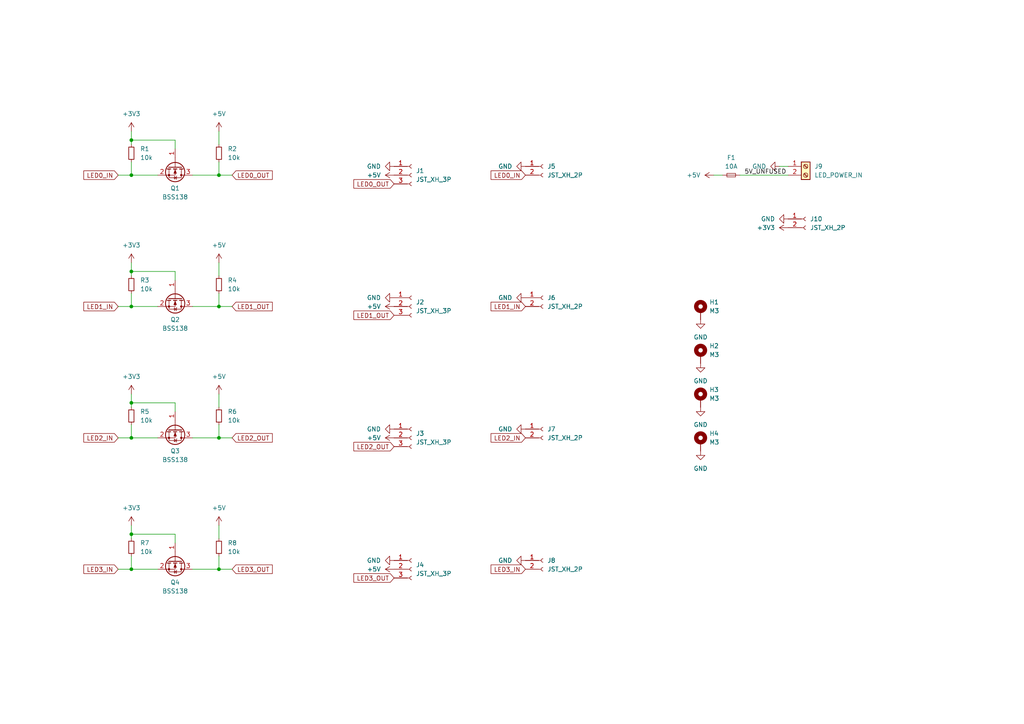
<source format=kicad_sch>
(kicad_sch (version 20230121) (generator eeschema)
  (paper "A4")
  (lib_symbols
    (symbol "Connector:Conn_01x02_Socket" (pin_names (offset 1.016) hide)
      (property "Reference" "J" (at 0 2.54 0))
      (property "Value" "Conn_01x02_Socket" (at 0 -5.08 0))
      (symbol "Conn_01x02_Socket_1_1"
        (arc (start 0 -2.032) (mid -0.5058 -2.54) (end 0 -3.048) (stroke (width 0.1524)))
        (polyline (pts (xy -1.27 -2.54) (xy -0.508 -2.54)) (stroke (width 0.1524)))
        (polyline (pts (xy -1.27 0) (xy -0.508 0)) (stroke (width 0.1524)))
        (arc (start 0 0.508) (mid -0.5058 0) (end 0 -0.508) (stroke (width 0.1524)))
        (pin passive line (at -5.08 0 0) (length 3.81) (name "Pin_1") (number "1"))
        (pin passive line (at -5.08 -2.54 0) (length 3.81) (name "Pin_2") (number "2"))
      )
    )
    (symbol "Connector:Conn_01x03_Socket" (pin_names (offset 1.016) hide)
      (property "Reference" "J" (at 0 5.08 0))
      (property "Value" "Conn_01x03_Socket" (at 0 -5.08 0))
      (symbol "Conn_01x03_Socket_1_1"
        (arc (start 0 -2.032) (mid -0.5058 -2.54) (end 0 -3.048) (stroke (width 0.1524)))
        (polyline (pts (xy -1.27 -2.54) (xy -0.508 -2.54)) (stroke (width 0.1524)))
        (polyline (pts (xy -1.27 0) (xy -0.508 0)) (stroke (width 0.1524)))
        (polyline (pts (xy -1.27 2.54) (xy -0.508 2.54)) (stroke (width 0.1524)))
        (arc (start 0 0.508) (mid -0.5058 0) (end 0 -0.508) (stroke (width 0.1524)))
        (arc (start 0 3.048) (mid -0.5058 2.54) (end 0 2.032) (stroke (width 0.1524)))
        (pin passive line (at -5.08 2.54 0) (length 3.81) (name "Pin_1") (number "1"))
        (pin passive line (at -5.08 0 0) (length 3.81) (name "Pin_2") (number "2"))
        (pin passive line (at -5.08 -2.54 0) (length 3.81) (name "Pin_3") (number "3"))
      )
    )
    (symbol "Connector:Screw_Terminal_01x02" (pin_names (offset 1.016) hide)
      (property "Reference" "J" (at 0 2.54 0))
      (property "Value" "Screw_Terminal_01x02" (at 0 -5.08 0))
      (symbol "Screw_Terminal_01x02_1_1"
        (rectangle (start -1.27 1.27) (end 1.27 -3.81) (stroke (width 0.254)) (fill (type background)))
        (circle (center 0 -2.54) (radius 0.635) (stroke (width 0.1524)))
        (polyline (pts (xy -0.5334 -2.2098) (xy 0.3302 -3.048)) (stroke (width 0.1524)))
        (polyline (pts (xy -0.5334 0.3302) (xy 0.3302 -0.508)) (stroke (width 0.1524)))
        (polyline (pts (xy -0.3556 -2.032) (xy 0.508 -2.8702)) (stroke (width 0.1524)))
        (polyline (pts (xy -0.3556 0.508) (xy 0.508 -0.3302)) (stroke (width 0.1524)))
        (circle (center 0 0) (radius 0.635) (stroke (width 0.1524)))
        (pin passive line (at -5.08 0 0) (length 3.81) (name "Pin_1") (number "1"))
        (pin passive line (at -5.08 -2.54 0) (length 3.81) (name "Pin_2") (number "2"))
      )
    )
    (symbol "Device:Fuse_Small" (pin_numbers hide) (pin_names (offset 0.254) hide)
      (property "Reference" "F" (at 0 -1.524 0))
      (property "Value" "Fuse_Small" (at 0 1.524 0))
      (symbol "Fuse_Small_0_1"
        (rectangle (start -1.27 0.508) (end 1.27 -0.508))
        (polyline (pts (xy -1.27 0) (xy 1.27 0)))
      )
      (symbol "Fuse_Small_1_1"
        (pin passive line (at -2.54 0 0) (length 1.27) (name "~") (number "1"))
        (pin passive line (at 2.54 0 180) (length 1.27) (name "~") (number "2"))
      )
    )
    (symbol "Device:R_Small" (pin_numbers hide) (pin_names (offset 0.254) hide)
      (property "Reference" "R" (at 0.762 0.508 0))
      (property "Value" "R_Small" (at 0.762 -1.016 0))
      (symbol "R_Small_0_1"
        (rectangle (start -0.762 1.778) (end 0.762 -1.778) (stroke (width 0.2032)))
      )
      (symbol "R_Small_1_1"
        (pin passive line (at 0 2.54 270) (length 0.762) (name "~") (number "1"))
        (pin passive line (at 0 -2.54 90) (length 0.762) (name "~") (number "2"))
      )
    )
    (symbol "Mechanical:MountingHole_Pad" (pin_numbers hide) (pin_names (offset 1.016) hide)
      (property "Reference" "H" (at 0 6.35 0))
      (property "Value" "MountingHole_Pad" (at 0 4.445 0))
      (symbol "MountingHole_Pad_0_1"
        (circle (center 0 1.27) (radius 1.27) (stroke (width 1.27)))
      )
      (symbol "MountingHole_Pad_1_1"
        (pin input line (at 0 -2.54 90) (length 2.54) (name "1") (number "1"))
      )
    )
    (symbol "Transistor_FET:BSS138" (pin_names hide)
      (property "Reference" "Q" (at 5.08 1.905 0))
      (property "Value" "BSS138" (at 5.08 0 0))
      (symbol "BSS138_0_1"
        (polyline (pts (xy 0.254 0) (xy -2.54 0)))
        (polyline (pts (xy 0.254 1.905) (xy 0.254 -1.905)) (stroke (width 0.254)))
        (polyline (pts (xy 0.762 -1.27) (xy 0.762 -2.286)) (stroke (width 0.254)))
        (polyline (pts (xy 0.762 0.508) (xy 0.762 -0.508)) (stroke (width 0.254)))
        (polyline (pts (xy 0.762 2.286) (xy 0.762 1.27)) (stroke (width 0.254)))
        (polyline (pts (xy 2.54 2.54) (xy 2.54 1.778)))
        (polyline (pts (xy 2.54 -2.54) (xy 2.54 0) (xy 0.762 0)))
        (polyline (pts (xy 0.762 -1.778) (xy 3.302 -1.778) (xy 3.302 1.778) (xy 0.762 1.778)))
        (polyline (pts (xy 1.016 0) (xy 2.032 0.381) (xy 2.032 -0.381) (xy 1.016 0)) (fill (type outline)))
        (polyline (pts (xy 2.794 0.508) (xy 2.921 0.381) (xy 3.683 0.381) (xy 3.81 0.254)))
        (polyline (pts (xy 3.302 0.381) (xy 2.921 -0.254) (xy 3.683 -0.254) (xy 3.302 0.381)))
        (circle (center 1.651 0) (radius 2.794) (stroke (width 0.254)))
        (circle (center 2.54 -1.778) (radius 0.254) (fill (type outline)))
        (circle (center 2.54 1.778) (radius 0.254) (fill (type outline)))
      )
      (symbol "BSS138_1_1"
        (pin input line (at -5.08 0 0) (length 2.54) (name "G") (number "1"))
        (pin passive line (at 2.54 -5.08 90) (length 2.54) (name "S") (number "2"))
        (pin passive line (at 2.54 5.08 270) (length 2.54) (name "D") (number "3"))
      )
    )
    (symbol "power:+3V3" (power) (pin_names (offset 0))
      (property "Value" "+3V3" (at 0 3.556 0))
      (symbol "+3V3_0_1"
        (polyline (pts (xy -0.762 1.27) (xy 0 2.54)))
        (polyline (pts (xy 0 0) (xy 0 2.54)))
        (polyline (pts (xy 0 2.54) (xy 0.762 1.27)))
      )
      (symbol "+3V3_1_1"
        (pin power_in line (at 0 0 90) (length 0) hide (name "+3V3") (number "1"))
      )
    )
    (symbol "power:+5V" (power) (pin_names (offset 0))
      (property "Value" "+5V" (at 0 3.556 0))
      (symbol "+5V_0_1"
        (polyline (pts (xy -0.762 1.27) (xy 0 2.54)))
        (polyline (pts (xy 0 0) (xy 0 2.54)))
        (polyline (pts (xy 0 2.54) (xy 0.762 1.27)))
      )
      (symbol "+5V_1_1"
        (pin power_in line (at 0 0 90) (length 0) hide (name "+5V") (number "1"))
      )
    )
    (symbol "power:GND" (power) (pin_names (offset 0))
      (property "Value" "GND" (at 0 -3.81 0))
      (symbol "GND_0_1"
        (polyline (pts (xy 0 0) (xy 0 -1.27) (xy 1.27 -1.27) (xy 0 -2.54) (xy -1.27 -1.27) (xy 0 -1.27)))
      )
      (symbol "GND_1_1"
        (pin power_in line (at 0 0 270) (length 0) hide (name "GND") (number "1"))
      )
    )
  )
  (junction (at 38.1 116.84))
  (junction (at 38.1 50.8))
  (junction (at 63.5 50.8))
  (junction (at 38.1 78.74))
  (junction (at 38.1 127))
  (junction (at 38.1 40.64))
  (junction (at 63.5 88.9))
  (junction (at 63.5 127))
  (junction (at 38.1 88.9))
  (junction (at 38.1 165.1))
  (junction (at 63.5 165.1))
  (junction (at 38.1 154.94))
  (wire (pts (xy 63.5 127) (xy 67.31 127)))
  (wire (pts (xy 34.29 165.1) (xy 38.1 165.1)))
  (wire (pts (xy 63.5 88.9) (xy 55.88 88.9)))
  (wire (pts (xy 50.8 119.38) (xy 50.8 116.84)))
  (wire (pts (xy 63.5 165.1) (xy 67.31 165.1)))
  (wire (pts (xy 38.1 88.9) (xy 38.1 85.09)))
  (wire (pts (xy 63.5 127) (xy 55.88 127)))
  (wire (pts (xy 63.5 50.8) (xy 55.88 50.8)))
  (wire (pts (xy 38.1 76.2) (xy 38.1 78.74)))
  (wire (pts (xy 63.5 161.29) (xy 63.5 165.1)))
  (wire (pts (xy 45.72 165.1) (xy 38.1 165.1)))
  (wire (pts (xy 38.1 38.1) (xy 38.1 40.64)))
  (wire (pts (xy 63.5 85.09) (xy 63.5 88.9)))
  (wire (pts (xy 50.8 78.74) (xy 38.1 78.74)))
  (wire (pts (xy 34.29 50.8) (xy 38.1 50.8)))
  (wire (pts (xy 63.5 123.19) (xy 63.5 127)))
  (wire (pts (xy 50.8 43.18) (xy 50.8 40.64)))
  (wire (pts (xy 38.1 116.84) (xy 38.1 118.11)))
  (wire (pts (xy 34.29 88.9) (xy 38.1 88.9)))
  (wire (pts (xy 45.72 127) (xy 38.1 127)))
  (wire (pts (xy 50.8 116.84) (xy 38.1 116.84)))
  (wire (pts (xy 63.5 38.1) (xy 63.5 41.91)))
  (wire (pts (xy 45.72 50.8) (xy 38.1 50.8)))
  (wire (pts (xy 38.1 127) (xy 38.1 123.19)))
  (wire (pts (xy 207.01 50.8) (xy 209.55 50.8)))
  (wire (pts (xy 50.8 81.28) (xy 50.8 78.74)))
  (wire (pts (xy 38.1 114.3) (xy 38.1 116.84)))
  (wire (pts (xy 63.5 165.1) (xy 55.88 165.1)))
  (wire (pts (xy 38.1 78.74) (xy 38.1 80.01)))
  (wire (pts (xy 63.5 46.99) (xy 63.5 50.8)))
  (wire (pts (xy 50.8 157.48) (xy 50.8 154.94)))
  (wire (pts (xy 214.63 50.8) (xy 228.6 50.8)))
  (wire (pts (xy 50.8 154.94) (xy 38.1 154.94)))
  (wire (pts (xy 226.06 48.26) (xy 228.6 48.26)))
  (wire (pts (xy 45.72 88.9) (xy 38.1 88.9)))
  (wire (pts (xy 38.1 165.1) (xy 38.1 161.29)))
  (wire (pts (xy 38.1 154.94) (xy 38.1 156.21)))
  (wire (pts (xy 50.8 40.64) (xy 38.1 40.64)))
  (wire (pts (xy 63.5 88.9) (xy 67.31 88.9)))
  (wire (pts (xy 63.5 114.3) (xy 63.5 118.11)))
  (wire (pts (xy 38.1 50.8) (xy 38.1 46.99)))
  (wire (pts (xy 63.5 50.8) (xy 67.31 50.8)))
  (wire (pts (xy 34.29 127) (xy 38.1 127)))
  (wire (pts (xy 63.5 152.4) (xy 63.5 156.21)))
  (wire (pts (xy 63.5 76.2) (xy 63.5 80.01)))
  (wire (pts (xy 38.1 152.4) (xy 38.1 154.94)))
  (wire (pts (xy 38.1 40.64) (xy 38.1 41.91)))
  (label "5V_UNFUSED" (at 215.9 50.8 0))
  (global_label "LED0_OUT" (shape input) (at 114.3 53.34 180) (property "Intersheetrefs" "${INTERSHEET_REFS}" (effects hide)))
  (global_label "LED1_OUT" (shape input) (at 114.3 91.44 180) (property "Intersheetrefs" "${INTERSHEET_REFS}" (effects hide)))
  (global_label "LED1_IN" (shape input) (at 152.4 88.9 180) (property "Intersheetrefs" "${INTERSHEET_REFS}" (effects hide)))
  (global_label "LED3_OUT" (shape input) (at 114.3 167.64 180) (property "Intersheetrefs" "${INTERSHEET_REFS}" (effects hide)))
  (global_label "LED0_IN" (shape input) (at 34.29 50.8 180) (property "Intersheetrefs" "${INTERSHEET_REFS}" (effects hide)))
  (global_label "LED2_IN" (shape input) (at 152.4 127 180) (property "Intersheetrefs" "${INTERSHEET_REFS}" (effects hide)))
  (global_label "LED0_OUT" (shape input) (at 67.31 50.8 0) (property "Intersheetrefs" "${INTERSHEET_REFS}" (effects hide)))
  (global_label "LED3_OUT" (shape input) (at 67.31 165.1 0) (property "Intersheetrefs" "${INTERSHEET_REFS}" (effects hide)))
  (global_label "LED3_IN" (shape input) (at 34.29 165.1 180) (property "Intersheetrefs" "${INTERSHEET_REFS}" (effects hide)))
  (global_label "LED1_OUT" (shape input) (at 67.31 88.9 0) (property "Intersheetrefs" "${INTERSHEET_REFS}" (effects hide)))
  (global_label "LED3_IN" (shape input) (at 152.4 165.1 180) (property "Intersheetrefs" "${INTERSHEET_REFS}" (effects hide)))
  (global_label "LED0_IN" (shape input) (at 152.4 50.8 180) (property "Intersheetrefs" "${INTERSHEET_REFS}" (effects hide)))
  (global_label "LED2_OUT" (shape input) (at 67.31 127 0) (property "Intersheetrefs" "${INTERSHEET_REFS}" (effects hide)))
  (global_label "LED2_OUT" (shape input) (at 114.3 129.54 180) (property "Intersheetrefs" "${INTERSHEET_REFS}" (effects hide)))
  (global_label "LED2_IN" (shape input) (at 34.29 127 180) (property "Intersheetrefs" "${INTERSHEET_REFS}" (effects hide)))
  (global_label "LED1_IN" (shape input) (at 34.29 88.9 180) (property "Intersheetrefs" "${INTERSHEET_REFS}" (effects hide)))
  (symbol (lib_id "Device:R_Small") (at 38.1 82.55 0) (unit 1)
    (property "Reference" "R3" (at 40.64 81.28 0) (effects (justify left)))
    (property "Value" "10k" (at 40.64 83.82 0) (effects (justify left)))
    (property "Footprint" "Resistor_SMD:R_0805_2012Metric" (effects hide))
    (property "LCSC" "C17414" (effects hide))
  )
  (symbol (lib_id "power:GND") (at 114.3 162.56 270) (unit 1)
    (property "Reference" "#PWR015" (effects hide))
    (property "Value" "GND" (at 110.49 162.56 90) (effects (justify right)))
  )
  (symbol (lib_id "Device:R_Small") (at 63.5 44.45 0) (unit 1)
    (property "Reference" "R2" (at 66.04 43.18 0) (effects (justify left)))
    (property "Value" "10k" (at 66.04 45.72 0) (effects (justify left)))
    (property "Footprint" "Resistor_SMD:R_0805_2012Metric" (effects hide))
    (property "LCSC" "C17414" (effects hide))
  )
  (symbol (lib_id "power:+5V") (at 114.3 127 90) (unit 1)
    (property "Reference" "#PWR014" (effects hide))
    (property "Value" "+5V" (at 110.49 127 90) (effects (justify left)))
  )
  (symbol (lib_id "power:+3V3") (at 228.6 66.04 90) (unit 1)
    (property "Reference" "#PWR028" (effects hide))
    (property "Value" "+3V3" (at 224.79 66.04 90) (effects (justify left)))
  )
  (symbol (lib_id "power:GND") (at 203.2 105.41 0) (unit 1)
    (property "Reference" "#PWR024" (effects hide))
    (property "Value" "GND" (at 203.2 110.49 0))
  )
  (symbol (lib_id "power:+3V3") (at 38.1 114.3 0) (unit 1)
    (property "Reference" "#PWR05" (effects hide))
    (property "Value" "+3V3" (at 38.1 109.22 0))
  )
  (symbol (lib_id "Mechanical:MountingHole_Pad") (at 203.2 115.57 0) (unit 1)
    (property "Reference" "H3" (at 205.74 113.03 0) (effects (justify left)))
    (property "Value" "M3" (at 205.74 115.57 0) (effects (justify left)))
    (property "Footprint" "MountingHole:MountingHole_3.2mm_M3_Pad_Via" (effects hide))
  )
  (symbol (lib_id "Mechanical:MountingHole_Pad") (at 203.2 128.27 0) (unit 1)
    (property "Reference" "H4" (at 205.74 125.73 0) (effects (justify left)))
    (property "Value" "M3" (at 205.74 128.27 0) (effects (justify left)))
    (property "Footprint" "MountingHole:MountingHole_3.2mm_M3_Pad_Via" (effects hide))
  )
  (symbol (lib_id "power:+5V") (at 63.5 76.2 0) (unit 1)
    (property "Reference" "#PWR04" (effects hide))
    (property "Value" "+5V" (at 63.5 71.12 0))
  )
  (symbol (lib_id "Device:R_Small") (at 38.1 44.45 0) (unit 1)
    (property "Reference" "R1" (at 40.64 43.18 0) (effects (justify left)))
    (property "Value" "10k" (at 40.64 45.72 0) (effects (justify left)))
    (property "Footprint" "Resistor_SMD:R_0805_2012Metric" (effects hide))
    (property "LCSC" "C17414" (effects hide))
  )
  (symbol (lib_id "power:+5V") (at 63.5 152.4 0) (unit 1)
    (property "Reference" "#PWR08" (effects hide))
    (property "Value" "+5V" (at 63.5 147.32 0))
  )
  (symbol (lib_id "power:GND") (at 152.4 86.36 270) (unit 1)
    (property "Reference" "#PWR018" (effects hide))
    (property "Value" "GND" (at 148.59 86.36 90) (effects (justify right)))
  )
  (symbol (lib_id "Connector:Screw_Terminal_01x02") (at 233.68 48.26 0) (unit 1)
    (property "Reference" "J9" (at 236.22 48.26 0) (effects (justify left)))
    (property "Value" "LED_POWER_IN" (at 236.22 50.8 0) (effects (justify left)))
    (property "Footprint" "TerminalBlock_Philmore:TerminalBlock_Philmore_TB132_1x02_P5.00mm_Horizontal" (effects hide))
    (property "LCSC" "C557651" (effects hide))
  )
  (symbol (lib_id "Connector:Conn_01x02_Socket") (at 157.48 86.36 0) (unit 1)
    (property "Reference" "J6" (at 158.75 86.36 0) (effects (justify left)))
    (property "Value" "JST_XH_2P" (at 158.75 88.9 0) (effects (justify left)))
    (property "Footprint" "Connector_JST:JST_XH_B2B-XH-A_1x02_P2.50mm_Vertical" (effects hide))
    (property "LCSC" "C158012" (effects hide))
  )
  (symbol (lib_id "power:+5V") (at 63.5 38.1 0) (unit 1)
    (property "Reference" "#PWR02" (effects hide))
    (property "Value" "+5V" (at 63.5 33.02 0))
  )
  (symbol (lib_id "power:GND") (at 152.4 48.26 270) (unit 1)
    (property "Reference" "#PWR017" (effects hide))
    (property "Value" "GND" (at 148.59 48.26 90) (effects (justify right)))
  )
  (symbol (lib_id "power:GND") (at 152.4 162.56 270) (unit 1)
    (property "Reference" "#PWR020" (effects hide))
    (property "Value" "GND" (at 148.59 162.56 90) (effects (justify right)))
  )
  (symbol (lib_id "power:+3V3") (at 38.1 38.1 0) (unit 1)
    (property "Reference" "#PWR01" (effects hide))
    (property "Value" "+3V3" (at 38.1 33.02 0))
  )
  (symbol (lib_id "power:+3V3") (at 38.1 76.2 0) (unit 1)
    (property "Reference" "#PWR03" (effects hide))
    (property "Value" "+3V3" (at 38.1 71.12 0))
  )
  (symbol (lib_id "Connector:Conn_01x03_Socket") (at 119.38 88.9 0) (unit 1)
    (property "Reference" "J2" (at 120.65 87.63 0) (effects (justify left)))
    (property "Value" "JST_XH_3P" (at 120.65 90.17 0) (effects (justify left)))
    (property "Footprint" "Connector_JST:JST_XH_B3B-XH-A_1x03_P2.50mm_Vertical" (effects hide))
    (property "LCSC" "C144394" (effects hide))
  )
  (symbol (lib_id "Device:R_Small") (at 38.1 158.75 0) (unit 1)
    (property "Reference" "R7" (at 40.64 157.48 0) (effects (justify left)))
    (property "Value" "10k" (at 40.64 160.02 0) (effects (justify left)))
    (property "Footprint" "Resistor_SMD:R_0805_2012Metric" (effects hide))
    (property "LCSC" "C17414" (effects hide))
  )
  (symbol (lib_id "Device:Fuse_Small") (at 212.09 50.8 0) (unit 1)
    (property "Reference" "F1" (at 212.09 45.72 0))
    (property "Value" "10A" (at 212.09 48.26 0))
    (property "Footprint" "Fuse:Fuseholder_Blade_Mini_Keystone_3568" (effects hide))
    (property "LCSC" "C3206309" (effects hide))
  )
  (symbol (lib_id "Mechanical:MountingHole_Pad") (at 203.2 90.17 0) (unit 1)
    (property "Reference" "H1" (at 205.74 87.63 0) (effects (justify left)))
    (property "Value" "M3" (at 205.74 90.17 0) (effects (justify left)))
    (property "Footprint" "MountingHole:MountingHole_3.2mm_M3_Pad_Via" (effects hide))
  )
  (symbol (lib_id "power:+5V") (at 114.3 165.1 90) (unit 1)
    (property "Reference" "#PWR016" (effects hide))
    (property "Value" "+5V" (at 110.49 165.1 90) (effects (justify left)))
  )
  (symbol (lib_id "power:GND") (at 152.4 124.46 270) (unit 1)
    (property "Reference" "#PWR019" (effects hide))
    (property "Value" "GND" (at 148.59 124.46 90) (effects (justify right)))
  )
  (symbol (lib_id "Transistor_FET:BSS138") (at 50.8 124.46 270) (unit 1)
    (property "Reference" "Q3" (at 50.8 130.81 90))
    (property "Value" "BSS138" (at 50.8 133.35 90))
    (property "Footprint" "Package_TO_SOT_SMD:SOT-23" (effects hide))
    (property "Datasheet" "https://www.onsemi.com/pub/Collateral/BSS138-D.PDF" (effects hide))
    (property "LCSC" "C112239" (effects hide))
  )
  (symbol (lib_id "power:GND") (at 228.6 63.5 270) (unit 1)
    (property "Reference" "#PWR027" (effects hide))
    (property "Value" "GND" (at 224.79 63.5 90) (effects (justify right)))
  )
  (symbol (lib_id "Transistor_FET:BSS138") (at 50.8 86.36 270) (unit 1)
    (property "Reference" "Q2" (at 50.8 92.71 90))
    (property "Value" "BSS138" (at 50.8 95.25 90))
    (property "Footprint" "Package_TO_SOT_SMD:SOT-23" (effects hide))
    (property "Datasheet" "https://www.onsemi.com/pub/Collateral/BSS138-D.PDF" (effects hide))
    (property "LCSC" "C112239" (effects hide))
  )
  (symbol (lib_id "Connector:Conn_01x03_Socket") (at 119.38 165.1 0) (unit 1)
    (property "Reference" "J4" (at 120.65 163.83 0) (effects (justify left)))
    (property "Value" "JST_XH_3P" (at 120.65 166.37 0) (effects (justify left)))
    (property "Footprint" "Connector_JST:JST_XH_B3B-XH-A_1x03_P2.50mm_Vertical" (effects hide))
    (property "LCSC" "C144394" (effects hide))
  )
  (symbol (lib_id "Connector:Conn_01x02_Socket") (at 157.48 162.56 0) (unit 1)
    (property "Reference" "J8" (at 158.75 162.56 0) (effects (justify left)))
    (property "Value" "JST_XH_2P" (at 158.75 165.1 0) (effects (justify left)))
    (property "Footprint" "Connector_JST:JST_XH_B2B-XH-A_1x02_P2.50mm_Vertical" (effects hide))
    (property "LCSC" "C158012" (effects hide))
  )
  (symbol (lib_id "Mechanical:MountingHole_Pad") (at 203.2 102.87 0) (unit 1)
    (property "Reference" "H2" (at 205.74 100.33 0) (effects (justify left)))
    (property "Value" "M3" (at 205.74 102.87 0) (effects (justify left)))
    (property "Footprint" "MountingHole:MountingHole_3.2mm_M3_Pad_Via" (effects hide))
  )
  (symbol (lib_id "Device:R_Small") (at 38.1 120.65 0) (unit 1)
    (property "Reference" "R5" (at 40.64 119.38 0) (effects (justify left)))
    (property "Value" "10k" (at 40.64 121.92 0) (effects (justify left)))
    (property "Footprint" "Resistor_SMD:R_0805_2012Metric" (effects hide))
    (property "LCSC" "C17414" (effects hide))
  )
  (symbol (lib_id "power:GND") (at 114.3 86.36 270) (unit 1)
    (property "Reference" "#PWR011" (effects hide))
    (property "Value" "GND" (at 110.49 86.36 90) (effects (justify right)))
  )
  (symbol (lib_id "Connector:Conn_01x02_Socket") (at 157.48 48.26 0) (unit 1)
    (property "Reference" "J5" (at 158.75 48.26 0) (effects (justify left)))
    (property "Value" "JST_XH_2P" (at 158.75 50.8 0) (effects (justify left)))
    (property "Footprint" "Connector_JST:JST_XH_B2B-XH-A_1x02_P2.50mm_Vertical" (effects hide))
    (property "LCSC" "C158012" (effects hide))
  )
  (symbol (lib_id "power:GND") (at 114.3 48.26 270) (unit 1)
    (property "Reference" "#PWR09" (effects hide))
    (property "Value" "GND" (at 110.49 48.26 90) (effects (justify right)))
  )
  (symbol (lib_id "power:GND") (at 203.2 130.81 0) (unit 1)
    (property "Reference" "#PWR026" (effects hide))
    (property "Value" "GND" (at 203.2 135.89 0))
  )
  (symbol (lib_id "Connector:Conn_01x03_Socket") (at 119.38 50.8 0) (unit 1)
    (property "Reference" "J1" (at 120.65 49.53 0) (effects (justify left)))
    (property "Value" "JST_XH_3P" (at 120.65 52.07 0) (effects (justify left)))
    (property "Footprint" "Connector_JST:JST_XH_B3B-XH-A_1x03_P2.50mm_Vertical" (effects hide))
    (property "LCSC" "C144394" (effects hide))
  )
  (symbol (lib_id "Connector:Conn_01x02_Socket") (at 157.48 124.46 0) (unit 1)
    (property "Reference" "J7" (at 158.75 124.46 0) (effects (justify left)))
    (property "Value" "JST_XH_2P" (at 158.75 127 0) (effects (justify left)))
    (property "Footprint" "Connector_JST:JST_XH_B2B-XH-A_1x02_P2.50mm_Vertical" (effects hide))
    (property "LCSC" "C158012" (effects hide))
  )
  (symbol (lib_id "power:+5V") (at 114.3 88.9 90) (unit 1)
    (property "Reference" "#PWR012" (effects hide))
    (property "Value" "+5V" (at 110.49 88.9 90) (effects (justify left)))
  )
  (symbol (lib_id "Device:R_Small") (at 63.5 82.55 0) (unit 1)
    (property "Reference" "R4" (at 66.04 81.28 0) (effects (justify left)))
    (property "Value" "10k" (at 66.04 83.82 0) (effects (justify left)))
    (property "Footprint" "Resistor_SMD:R_0805_2012Metric" (effects hide))
    (property "LCSC" "C17414" (effects hide))
  )
  (symbol (lib_id "power:GND") (at 226.06 48.26 270) (unit 1)
    (property "Reference" "#PWR022" (effects hide))
    (property "Value" "GND" (at 222.25 48.26 90) (effects (justify right)))
  )
  (symbol (lib_id "Transistor_FET:BSS138") (at 50.8 162.56 270) (unit 1)
    (property "Reference" "Q4" (at 50.8 168.91 90))
    (property "Value" "BSS138" (at 50.8 171.45 90))
    (property "Footprint" "Package_TO_SOT_SMD:SOT-23" (effects hide))
    (property "Datasheet" "https://www.onsemi.com/pub/Collateral/BSS138-D.PDF" (effects hide))
    (property "LCSC" "C112239" (effects hide))
  )
  (symbol (lib_id "power:GND") (at 203.2 118.11 0) (unit 1)
    (property "Reference" "#PWR025" (effects hide))
    (property "Value" "GND" (at 203.2 123.19 0))
  )
  (symbol (lib_id "Connector:Conn_01x03_Socket") (at 119.38 127 0) (unit 1)
    (property "Reference" "J3" (at 120.65 125.73 0) (effects (justify left)))
    (property "Value" "JST_XH_3P" (at 120.65 128.27 0) (effects (justify left)))
    (property "Footprint" "Connector_JST:JST_XH_B3B-XH-A_1x03_P2.50mm_Vertical" (effects hide))
    (property "LCSC" "C144394" (effects hide))
  )
  (symbol (lib_id "Device:R_Small") (at 63.5 158.75 0) (unit 1)
    (property "Reference" "R8" (at 66.04 157.48 0) (effects (justify left)))
    (property "Value" "10k" (at 66.04 160.02 0) (effects (justify left)))
    (property "Footprint" "Resistor_SMD:R_0805_2012Metric" (effects hide))
    (property "LCSC" "C17414" (effects hide))
  )
  (symbol (lib_id "power:+5V") (at 114.3 50.8 90) (unit 1)
    (property "Reference" "#PWR010" (effects hide))
    (property "Value" "+5V" (at 110.49 50.8 90) (effects (justify left)))
  )
  (symbol (lib_id "power:+5V") (at 207.01 50.8 90) (unit 1)
    (property "Reference" "#PWR021" (effects hide))
    (property "Value" "+5V" (at 203.2 50.8 90) (effects (justify left)))
  )
  (symbol (lib_id "power:GND") (at 114.3 124.46 270) (unit 1)
    (property "Reference" "#PWR013" (effects hide))
    (property "Value" "GND" (at 110.49 124.46 90) (effects (justify right)))
  )
  (symbol (lib_id "power:GND") (at 203.2 92.71 0) (unit 1)
    (property "Reference" "#PWR023" (effects hide))
    (property "Value" "GND" (at 203.2 97.79 0))
  )
  (symbol (lib_id "Transistor_FET:BSS138") (at 50.8 48.26 270) (unit 1)
    (property "Reference" "Q1" (at 50.8 54.61 90))
    (property "Value" "BSS138" (at 50.8 57.15 90))
    (property "Footprint" "Package_TO_SOT_SMD:SOT-23" (effects hide))
    (property "Datasheet" "https://www.onsemi.com/pub/Collateral/BSS138-D.PDF" (effects hide))
    (property "LCSC" "C112239" (effects hide))
  )
  (symbol (lib_id "Device:R_Small") (at 63.5 120.65 0) (unit 1)
    (property "Reference" "R6" (at 66.04 119.38 0) (effects (justify left)))
    (property "Value" "10k" (at 66.04 121.92 0) (effects (justify left)))
    (property "Footprint" "Resistor_SMD:R_0805_2012Metric" (effects hide))
    (property "LCSC" "C17414" (effects hide))
  )
  (symbol (lib_id "power:+3V3") (at 38.1 152.4 0) (unit 1)
    (property "Reference" "#PWR07" (effects hide))
    (property "Value" "+3V3" (at 38.1 147.32 0))
  )
  (symbol (lib_id "power:+5V") (at 63.5 114.3 0) (unit 1)
    (property "Reference" "#PWR06" (effects hide))
    (property "Value" "+5V" (at 63.5 109.22 0))
  )
  (symbol (lib_id "Connector:Conn_01x02_Socket") (at 233.68 63.5 0) (unit 1)
    (property "Reference" "J10" (at 234.95 63.5 0) (effects (justify left)))
    (property "Value" "JST_XH_2P" (at 234.95 66.04 0) (effects (justify left)))
    (property "Footprint" "Connector_JST:JST_XH_B2B-XH-A_1x02_P2.50mm_Vertical" (effects hide))
    (property "LCSC" "C158012" (effects hide))
  )
)
</source>
